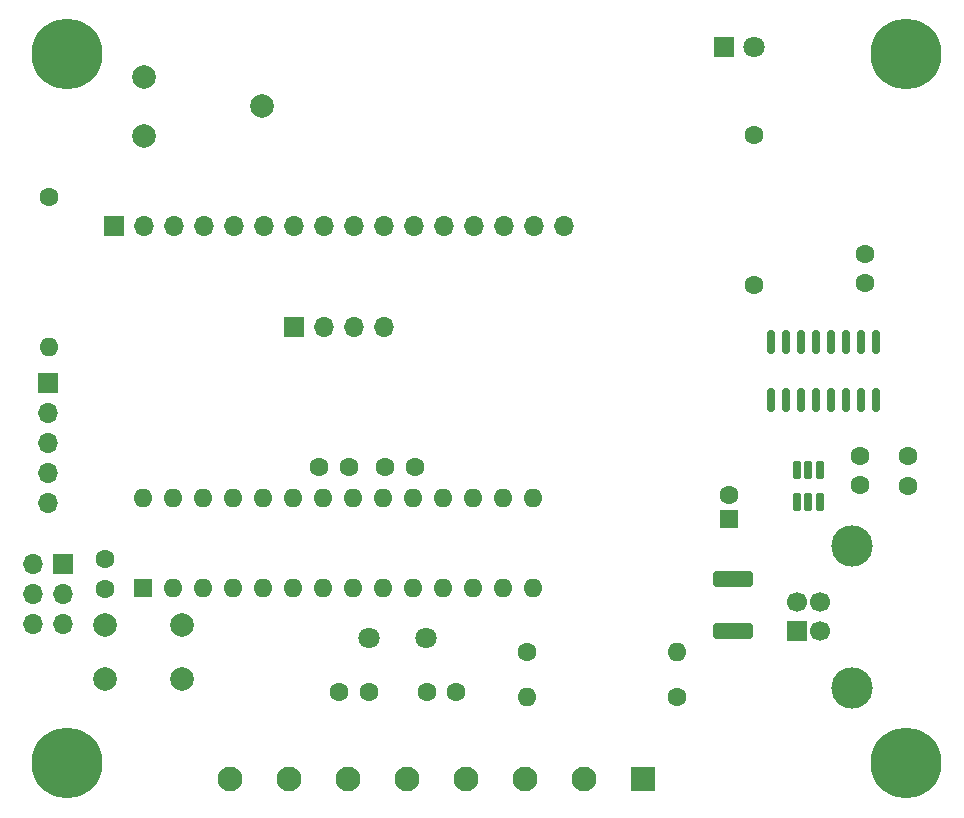
<source format=gbr>
%TF.GenerationSoftware,KiCad,Pcbnew,9.0.4*%
%TF.CreationDate,2025-08-25T16:14:29+02:00*%
%TF.ProjectId,livello_serbatoio_definitiva,6c697665-6c6c-46f5-9f73-65726261746f,D*%
%TF.SameCoordinates,Original*%
%TF.FileFunction,Soldermask,Bot*%
%TF.FilePolarity,Negative*%
%FSLAX46Y46*%
G04 Gerber Fmt 4.6, Leading zero omitted, Abs format (unit mm)*
G04 Created by KiCad (PCBNEW 9.0.4) date 2025-08-25 16:14:29*
%MOMM*%
%LPD*%
G01*
G04 APERTURE LIST*
G04 Aperture macros list*
%AMRoundRect*
0 Rectangle with rounded corners*
0 $1 Rounding radius*
0 $2 $3 $4 $5 $6 $7 $8 $9 X,Y pos of 4 corners*
0 Add a 4 corners polygon primitive as box body*
4,1,4,$2,$3,$4,$5,$6,$7,$8,$9,$2,$3,0*
0 Add four circle primitives for the rounded corners*
1,1,$1+$1,$2,$3*
1,1,$1+$1,$4,$5*
1,1,$1+$1,$6,$7*
1,1,$1+$1,$8,$9*
0 Add four rect primitives between the rounded corners*
20,1,$1+$1,$2,$3,$4,$5,0*
20,1,$1+$1,$4,$5,$6,$7,0*
20,1,$1+$1,$6,$7,$8,$9,0*
20,1,$1+$1,$8,$9,$2,$3,0*%
G04 Aperture macros list end*
%ADD10O,1.600000X1.600000*%
%ADD11C,1.600000*%
%ADD12RoundRect,0.150000X0.150000X-0.825000X0.150000X0.825000X-0.150000X0.825000X-0.150000X-0.825000X0*%
%ADD13C,2.000000*%
%ADD14C,0.800000*%
%ADD15C,6.000000*%
%ADD16R,1.600000X1.600000*%
%ADD17C,1.800000*%
%ADD18R,1.700000X1.700000*%
%ADD19O,1.700000X1.700000*%
%ADD20R,2.100000X2.100000*%
%ADD21C,2.100000*%
%ADD22C,1.700000*%
%ADD23C,3.500000*%
%ADD24RoundRect,0.162500X0.162500X-0.617500X0.162500X0.617500X-0.162500X0.617500X-0.162500X-0.617500X0*%
%ADD25RoundRect,0.250000X-1.450000X0.400000X-1.450000X-0.400000X1.450000X-0.400000X1.450000X0.400000X0*%
%ADD26R,1.800000X1.800000*%
G04 APERTURE END LIST*
D10*
%TO.C,R6*%
X91440000Y-98810000D03*
D11*
X91440000Y-86110000D03*
%TD*%
D12*
%TO.C,U1*%
X161515000Y-103295000D03*
X160245000Y-103295000D03*
X158975000Y-103295000D03*
X157705000Y-103295000D03*
X156435000Y-103295000D03*
X155165000Y-103295000D03*
X153895000Y-103295000D03*
X152625000Y-103295000D03*
X152625000Y-98345000D03*
X153895000Y-98345000D03*
X155165000Y-98345000D03*
X156435000Y-98345000D03*
X157705000Y-98345000D03*
X158975000Y-98345000D03*
X160245000Y-98345000D03*
X161515000Y-98345000D03*
%TD*%
D13*
%TO.C,RV1*%
X99500000Y-75900000D03*
X109500000Y-78400000D03*
X99500000Y-80900000D03*
%TD*%
D14*
%TO.C,H1*%
X90750000Y-74000000D03*
X91409010Y-72409010D03*
X91409010Y-75590990D03*
X93000000Y-71750000D03*
D15*
X93000000Y-74000000D03*
D14*
X93000000Y-76250000D03*
X94590990Y-72409010D03*
X94590990Y-75590990D03*
X95250000Y-74000000D03*
%TD*%
%TO.C,H2*%
X161750000Y-74000000D03*
X162409010Y-72409010D03*
X162409010Y-75590990D03*
X164000000Y-71750000D03*
D15*
X164000000Y-74000000D03*
D14*
X164000000Y-76250000D03*
X165590990Y-72409010D03*
X165590990Y-75590990D03*
X166250000Y-74000000D03*
%TD*%
%TO.C,H3*%
X161750000Y-134000000D03*
X162409010Y-132409010D03*
X162409010Y-135590990D03*
X164000000Y-131750000D03*
D15*
X164000000Y-134000000D03*
D14*
X164000000Y-136250000D03*
X165590990Y-132409010D03*
X165590990Y-135590990D03*
X166250000Y-134000000D03*
%TD*%
%TO.C,H4*%
X90750000Y-134000000D03*
X91409010Y-132409010D03*
X91409010Y-135590990D03*
X93000000Y-131750000D03*
D15*
X93000000Y-134000000D03*
D14*
X93000000Y-136250000D03*
X94590990Y-132409010D03*
X94590990Y-135590990D03*
X95250000Y-134000000D03*
%TD*%
D16*
%TO.C,U2*%
X99440000Y-119200000D03*
D10*
X101980000Y-119200000D03*
X104520000Y-119200000D03*
X107060000Y-119200000D03*
X109600000Y-119200000D03*
X112140000Y-119200000D03*
X114680000Y-119200000D03*
X117220000Y-119200000D03*
X119760000Y-119200000D03*
X122300000Y-119200000D03*
X124840000Y-119200000D03*
X127380000Y-119200000D03*
X129920000Y-119200000D03*
X132460000Y-119200000D03*
X132460000Y-111580000D03*
X129920000Y-111580000D03*
X127380000Y-111580000D03*
X124840000Y-111580000D03*
X122300000Y-111580000D03*
X119760000Y-111580000D03*
X117220000Y-111580000D03*
X114680000Y-111580000D03*
X112140000Y-111580000D03*
X109600000Y-111580000D03*
X107060000Y-111580000D03*
X104520000Y-111580000D03*
X101980000Y-111580000D03*
X99440000Y-111580000D03*
%TD*%
D17*
%TO.C,Y1*%
X123430000Y-123450000D03*
X118550000Y-123450000D03*
%TD*%
D11*
%TO.C,C3*%
X116850000Y-108900000D03*
X114350000Y-108900000D03*
%TD*%
%TO.C,C7*%
X116060000Y-128000000D03*
X118560000Y-128000000D03*
%TD*%
%TO.C,C8*%
X125940000Y-128000000D03*
X123440000Y-128000000D03*
%TD*%
%TO.C,C6*%
X119950000Y-108900000D03*
X122450000Y-108900000D03*
%TD*%
%TO.C,R9*%
X151130000Y-80840000D03*
X151130000Y-93540000D03*
%TD*%
D18*
%TO.C,J3*%
X97000000Y-88500000D03*
D19*
X99540000Y-88500000D03*
X102080000Y-88500000D03*
X104620000Y-88500000D03*
X107160000Y-88500000D03*
X109700000Y-88500000D03*
X112240000Y-88500000D03*
X114780000Y-88500000D03*
X117320000Y-88500000D03*
X119860000Y-88500000D03*
X122400000Y-88500000D03*
X124940000Y-88500000D03*
X127480000Y-88500000D03*
X130020000Y-88500000D03*
X132560000Y-88500000D03*
X135100000Y-88500000D03*
%TD*%
D11*
%TO.C,C4*%
X96200000Y-119250000D03*
X96200000Y-116750000D03*
%TD*%
D13*
%TO.C,SW1*%
X102700000Y-126840000D03*
X96200000Y-126840000D03*
X102700000Y-122340000D03*
X96200000Y-122340000D03*
%TD*%
D11*
%TO.C,R5*%
X131950000Y-124600000D03*
D10*
X144650000Y-124600000D03*
%TD*%
D20*
%TO.C,J8*%
X141770000Y-135390000D03*
D21*
X136770000Y-135390000D03*
X131770000Y-135390000D03*
X126770000Y-135390000D03*
X121770000Y-135390000D03*
X116770000Y-135390000D03*
X111770000Y-135390000D03*
X106770000Y-135390000D03*
%TD*%
D18*
%TO.C,J5*%
X92655000Y-117115000D03*
D19*
X90115000Y-117115000D03*
X92655000Y-119655000D03*
X90115000Y-119655000D03*
X92655000Y-122195000D03*
X90115000Y-122195000D03*
%TD*%
D18*
%TO.C,J1*%
X154770000Y-122850000D03*
D22*
X154770000Y-120350000D03*
X156770000Y-120350000D03*
X156770000Y-122850000D03*
D23*
X159480000Y-115580000D03*
X159480000Y-127620000D03*
%TD*%
D11*
%TO.C,C2*%
X164220000Y-108010000D03*
X164220000Y-110510000D03*
%TD*%
D24*
%TO.C,U3*%
X156720000Y-111870000D03*
X155770000Y-111870000D03*
X154820000Y-111870000D03*
X154820000Y-109170000D03*
X155770000Y-109170000D03*
X156720000Y-109170000D03*
%TD*%
D11*
%TO.C,C5*%
X160140000Y-107970000D03*
X160140000Y-110470000D03*
%TD*%
D18*
%TO.C,J7*%
X91400000Y-101860000D03*
D19*
X91400000Y-104400000D03*
X91400000Y-106940000D03*
X91400000Y-109480000D03*
X91400000Y-112020000D03*
%TD*%
D18*
%TO.C,J6*%
X112200000Y-97065000D03*
D19*
X114740000Y-97065000D03*
X117280000Y-97065000D03*
X119820000Y-97065000D03*
%TD*%
D16*
%TO.C,C9*%
X149017613Y-113320000D03*
D11*
X149017613Y-111320000D03*
%TD*%
D25*
%TO.C,F1*%
X149370000Y-118395000D03*
X149370000Y-122845000D03*
%TD*%
D11*
%TO.C,C1*%
X160570000Y-90870000D03*
X160570000Y-93370000D03*
%TD*%
D26*
%TO.C,D4*%
X148600000Y-73400000D03*
D17*
X151140000Y-73400000D03*
%TD*%
D11*
%TO.C,R8*%
X144650000Y-128400000D03*
D10*
X131950000Y-128400000D03*
%TD*%
M02*

</source>
